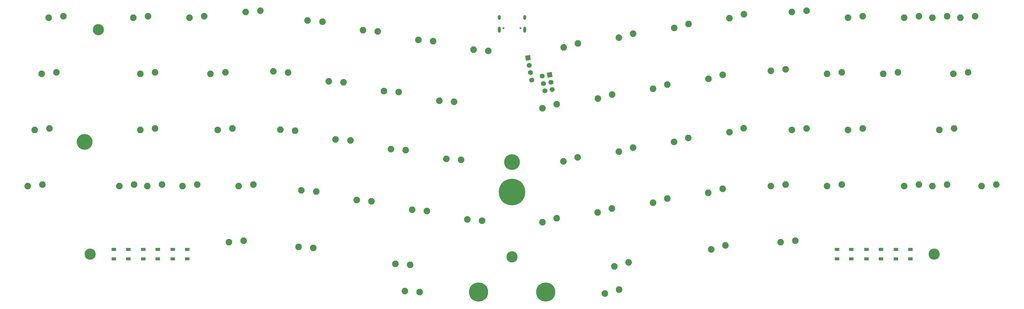
<source format=gbr>
G04 #@! TF.GenerationSoftware,KiCad,Pcbnew,(6.0.1)*
G04 #@! TF.CreationDate,2022-05-05T21:04:55+02:00*
G04 #@! TF.ProjectId,BMEK_Alps,424d454b-5f41-46c7-9073-2e6b69636164,1*
G04 #@! TF.SameCoordinates,Original*
G04 #@! TF.FileFunction,Soldermask,Top*
G04 #@! TF.FilePolarity,Negative*
%FSLAX46Y46*%
G04 Gerber Fmt 4.6, Leading zero omitted, Abs format (unit mm)*
G04 Created by KiCad (PCBNEW (6.0.1)) date 2022-05-05 21:04:55*
%MOMM*%
%LPD*%
G01*
G04 APERTURE LIST*
G04 Aperture macros list*
%AMHorizOval*
0 Thick line with rounded ends*
0 $1 width*
0 $2 $3 position (X,Y) of the first rounded end (center of the circle)*
0 $4 $5 position (X,Y) of the second rounded end (center of the circle)*
0 Add line between two ends*
20,1,$1,$2,$3,$4,$5,0*
0 Add two circle primitives to create the rounded ends*
1,1,$1,$2,$3*
1,1,$1,$4,$5*%
%AMRotRect*
0 Rectangle, with rotation*
0 The origin of the aperture is its center*
0 $1 length*
0 $2 width*
0 $3 Rotation angle, in degrees counterclockwise*
0 Add horizontal line*
21,1,$1,$2,0,0,$3*%
G04 Aperture macros list end*
%ADD10C,2.250000*%
%ADD11R,1.500000X1.000000*%
%ADD12C,3.800000*%
%ADD13C,6.500000*%
%ADD14C,5.350000*%
%ADD15C,9.000000*%
%ADD16RotRect,1.700000X1.700000X190.000000*%
%ADD17HorizOval,1.700000X0.000000X0.000000X0.000000X0.000000X0*%
%ADD18C,0.650000*%
%ADD19O,1.000000X2.100000*%
%ADD20O,1.000000X1.600000*%
G04 APERTURE END LIST*
D10*
X258616488Y-102557688D03*
X263453703Y-101197044D03*
X118685073Y-101689449D03*
X123695936Y-102065286D03*
X227408613Y-116183911D03*
X222571398Y-117544555D03*
X225785535Y-108346689D03*
X230622750Y-106986045D03*
X159741178Y-117052151D03*
X154730315Y-116676314D03*
X151516177Y-107478449D03*
X156527040Y-107854286D03*
X282177450Y-100140000D03*
X287177450Y-99640000D03*
X95048150Y-100140000D03*
X100048150Y-99640000D03*
X79306250Y-81090000D03*
X84306250Y-80590000D03*
X350306950Y-81090000D03*
X355306950Y-80590000D03*
X333638200Y-81090000D03*
X338638200Y-80590000D03*
X324113250Y-81090000D03*
X329113250Y-80590000D03*
X297919450Y-81090000D03*
X302919450Y-80590000D03*
X278869450Y-81089999D03*
X283869450Y-80589999D03*
X257653638Y-83383588D03*
X262490853Y-82022944D03*
X238893038Y-86691588D03*
X243730253Y-85330944D03*
X220132438Y-89999588D03*
X224969653Y-88638944D03*
X201371838Y-93307589D03*
X206209053Y-91946945D03*
X175929823Y-92439349D03*
X180940686Y-92815186D03*
X157169223Y-89131349D03*
X162180086Y-89507186D03*
X138408623Y-85823349D03*
X143419486Y-86199186D03*
X119648023Y-82515349D03*
X124658886Y-82891186D03*
X98356150Y-81090000D03*
X103356150Y-80590000D03*
X57875000Y-81090000D03*
X62875000Y-80590000D03*
X67399900Y-81090000D03*
X72399900Y-80590000D03*
X26809552Y-81090000D03*
X31809552Y-80590000D03*
X340781850Y-42990000D03*
X345781850Y-42490000D03*
X336019401Y-62040000D03*
X341019401Y-61540000D03*
X305063150Y-62040000D03*
X310063150Y-61540000D03*
X286013150Y-62039999D03*
X291013150Y-61539999D03*
X264804038Y-62778888D03*
X269641253Y-61418244D03*
X246043438Y-66086889D03*
X250880653Y-64726245D03*
X227282838Y-69394888D03*
X232120053Y-68034244D03*
X208522238Y-72702889D03*
X213359453Y-71342245D03*
X168761323Y-71831449D03*
X173772186Y-72207286D03*
X150000723Y-68523449D03*
X155011586Y-68899286D03*
X131240123Y-65215449D03*
X136250986Y-65591286D03*
X112479523Y-61907449D03*
X117490386Y-62283286D03*
X91212450Y-62040000D03*
X96212450Y-61540000D03*
X65018750Y-62040000D03*
X70018750Y-61540000D03*
X29190852Y-62040000D03*
X34190852Y-61540000D03*
X343163051Y-23940000D03*
X348163051Y-23440000D03*
X316969350Y-42990000D03*
X321969350Y-42490000D03*
X297919350Y-42990000D03*
X302919350Y-42490000D03*
X278869350Y-41929500D03*
X283869350Y-41429500D03*
X257673639Y-44692288D03*
X262510854Y-43331644D03*
X238913039Y-48000288D03*
X243750254Y-46639644D03*
X220152439Y-51308289D03*
X224989654Y-49947645D03*
X201391838Y-54616289D03*
X206229053Y-53255645D03*
X166405123Y-52072148D03*
X171415986Y-52447985D03*
X147644523Y-48764149D03*
X152655386Y-49139986D03*
X128883923Y-45456149D03*
X133894786Y-45831986D03*
X110123348Y-42148149D03*
X115134211Y-42523986D03*
X88831250Y-42990000D03*
X93831250Y-42490000D03*
X65018750Y-42990000D03*
X70018750Y-42490000D03*
X31572152Y-42990000D03*
X36572152Y-42490000D03*
X333638051Y-23940000D03*
X338638051Y-23440000D03*
X324113051Y-23940000D03*
X329113051Y-23440000D03*
X305063051Y-23940000D03*
X310063051Y-23440000D03*
X286013050Y-21999800D03*
X291013050Y-21499800D03*
X264848738Y-24083190D03*
X269685953Y-22722546D03*
X246088139Y-27391188D03*
X250925354Y-26030544D03*
X227327538Y-30699189D03*
X232164753Y-29338545D03*
X208566939Y-34007189D03*
X213404154Y-32646545D03*
X178036223Y-34779149D03*
X183047086Y-35154986D03*
X159275623Y-31471149D03*
X164286486Y-31846986D03*
X140515024Y-28163149D03*
X145525887Y-28538986D03*
X121754424Y-24855149D03*
X126765287Y-25230986D03*
X100737551Y-21999801D03*
X105737551Y-21499801D03*
X81687551Y-23940000D03*
X86687551Y-23440000D03*
X62637551Y-23940000D03*
X67637551Y-23440000D03*
X33953451Y-23940000D03*
X38953451Y-23440000D03*
D11*
X56010000Y-102540000D03*
X56010000Y-105740000D03*
X60910000Y-105740000D03*
X60910000Y-102540000D03*
X306162500Y-105740000D03*
X306162500Y-102540000D03*
X301262500Y-102540000D03*
X301262500Y-105740000D03*
X76010000Y-102540000D03*
X76010000Y-105740000D03*
X80910000Y-105740000D03*
X80910000Y-102540000D03*
X326162500Y-105740000D03*
X326162500Y-102540000D03*
X321262500Y-102540000D03*
X321262500Y-105740000D03*
X316162500Y-105740000D03*
X316162500Y-102540000D03*
X311262500Y-102540000D03*
X311262500Y-105740000D03*
D12*
X50800000Y-27940000D03*
X334200000Y-104140000D03*
X48020000Y-104140000D03*
X191060000Y-105090000D03*
D13*
X179760000Y-117050000D03*
D14*
X191060000Y-72960000D03*
D13*
X202460000Y-117050000D03*
D15*
X191060000Y-83090000D03*
D14*
X46080000Y-66040000D03*
D11*
X66010000Y-102540000D03*
X66010000Y-105740000D03*
X70910000Y-105740000D03*
X70910000Y-102540000D03*
D16*
X196472434Y-37567088D03*
D17*
X196913500Y-40068500D03*
X197354567Y-42569911D03*
X197795633Y-45071323D03*
D18*
X188178500Y-27440000D03*
X193958500Y-27440000D03*
D19*
X186748500Y-27970000D03*
D20*
X195388500Y-23790000D03*
D19*
X195388500Y-27970000D03*
D20*
X186748500Y-23790000D03*
D16*
X203835000Y-43307000D03*
D17*
X201333588Y-43748066D03*
X204276066Y-45808412D03*
X201774655Y-46249478D03*
X204717133Y-48309823D03*
X202215721Y-48750890D03*
M02*

</source>
